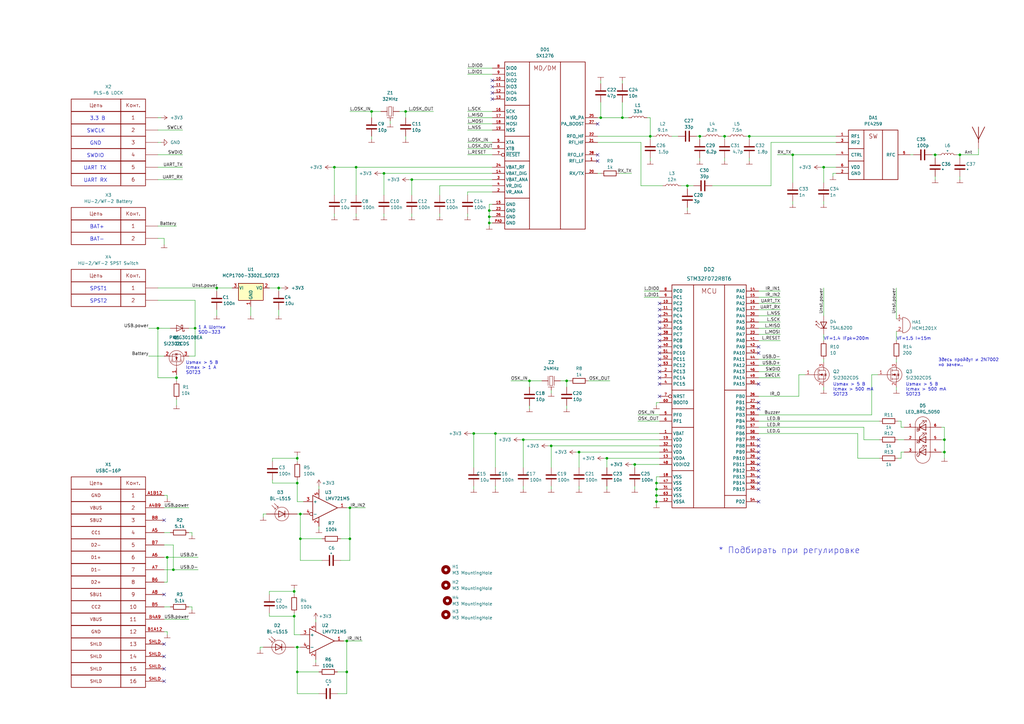
<source format=kicad_sch>
(kicad_sch (version 20230121) (generator eeschema)
  (paper "A3")
  (title_block (title "Плата универсальная") (company "МГТУ им Н.Э. Баумана") (comment 1 "МГТУ.403436.001") (comment 2 "Краснинский К.А.") (comment 3 "Круглов Г.В."))
  (junction (at 142.24 275.59))
  (junction (at 232.41 156.21))
  (junction (at 297.18 55.88))
  (junction (at 337.82 68.58))
  (junction (at 387.35 185.42))
  (junction (at 200.66 88.9))
  (junction (at 121.92 198.12))
  (junction (at 200.66 86.36))
  (junction (at 203.2 177.8))
  (junction (at 168.91 73.66))
  (junction (at 307.34 55.88))
  (junction (at 137.16 68.58))
  (junction (at 200.66 91.44))
  (junction (at 114.3 118.11))
  (junction (at 152.4 45.72))
  (junction (at 383.54 63.5))
  (junction (at 80.01 134.62))
  (junction (at 214.63 180.34))
  (junction (at 121.92 275.59))
  (junction (at 166.37 45.72))
  (junction (at 143.51 208.28))
  (junction (at 121.92 187.96))
  (junction (at 269.24 203.2))
  (junction (at 123.19 210.82))
  (junction (at 71.12 233.68))
  (junction (at 146.05 68.58))
  (junction (at 248.92 187.96))
  (junction (at 120.65 252.73))
  (junction (at 255.27 48.26))
  (junction (at 246.38 48.26))
  (junction (at 217.17 156.21))
  (junction (at 269.24 198.12))
  (junction (at 237.49 185.42))
  (junction (at 68.58 228.6))
  (junction (at 72.39 154.94))
  (junction (at 143.51 220.98))
  (junction (at 260.35 190.5))
  (junction (at 393.7 63.5))
  (junction (at 269.24 200.66))
  (junction (at 157.48 71.12))
  (junction (at 120.65 242.57))
  (junction (at 281.94 76.2))
  (junction (at 64.77 134.62))
  (junction (at 194.31 177.8))
  (junction (at 287.02 55.88))
  (junction (at 387.35 180.34))
  (junction (at 325.12 63.5))
  (junction (at 226.06 182.88))
  (junction (at 269.24 205.74))
  (junction (at 142.24 262.89))
  (junction (at 266.7 55.88))
  (junction (at 88.9 118.11))
  (junction (at 123.19 220.98))
  (junction (at 121.92 265.43))
  (no_connect (at 201.93 35.56))
  (no_connect (at 201.93 38.1))
  (no_connect (at 201.93 40.64))
  (no_connect (at 201.93 33.02))
  (no_connect (at 245.11 50.8))
  (no_connect (at 245.11 63.5))
  (no_connect (at 245.11 66.04))
  (no_connect (at 67.31 279.4))
  (no_connect (at 67.31 274.32))
  (no_connect (at 67.31 269.24))
  (no_connect (at 67.31 264.16))
  (no_connect (at 67.31 213.36))
  (no_connect (at 67.31 243.84))
  (no_connect (at 270.51 162.56))
  (no_connect (at 270.51 154.94))
  (no_connect (at 270.51 157.48))
  (no_connect (at 270.51 124.46))
  (no_connect (at 270.51 152.4))
  (no_connect (at 270.51 127))
  (no_connect (at 270.51 129.54))
  (no_connect (at 270.51 132.08))
  (no_connect (at 270.51 134.62))
  (no_connect (at 270.51 137.16))
  (no_connect (at 270.51 139.7))
  (no_connect (at 270.51 142.24))
  (no_connect (at 270.51 144.78))
  (no_connect (at 270.51 147.32))
  (no_connect (at 270.51 149.86))
  (no_connect (at 311.15 142.24))
  (no_connect (at 311.15 144.78))
  (no_connect (at 311.15 165.1))
  (no_connect (at 311.15 167.64))
  (no_connect (at 311.15 157.48))
  (no_connect (at 311.15 190.5))
  (no_connect (at 311.15 187.96))
  (no_connect (at 311.15 185.42))
  (no_connect (at 311.15 182.88))
  (no_connect (at 311.15 180.34))
  (no_connect (at 311.15 205.74))
  (no_connect (at 311.15 200.66))
  (no_connect (at 311.15 198.12))
  (no_connect (at 311.15 195.58))
  (no_connect (at 311.15 193.04))
  (wire (pts (xy 191.77 78.74) (xy 191.77 80.01)))
  (wire (pts (xy 166.37 45.72) (xy 177.8 45.72)))
  (wire (pts (xy 114.3 118.11) (xy 115.57 118.11)))
  (wire (pts (xy 281.94 76.2) (xy 284.48 76.2)))
  (wire (pts (xy 260.35 190.5) (xy 270.51 190.5)))
  (wire (pts (xy 200.66 86.36) (xy 201.93 86.36)))
  (wire (pts (xy 191.77 50.8) (xy 201.93 50.8)))
  (wire (pts (xy 77.47 134.62) (xy 80.01 134.62)))
  (wire (pts (xy 68.58 203.2) (xy 67.31 203.2)))
  (wire (pts (xy 67.31 254) (xy 77.47 254)))
  (wire (pts (xy 307.34 57.15) (xy 307.34 55.88)))
  (wire (pts (xy 269.24 205.74) (xy 270.51 205.74)))
  (wire (pts (xy 367.665 118.11) (xy 367.665 130.81)))
  (wire (pts (xy 367.665 135.89) (xy 367.665 139.7)))
  (wire (pts (xy 386.08 185.42) (xy 387.35 185.42)))
  (wire (pts (xy 110.49 243.84) (xy 110.49 242.57)))
  (wire (pts (xy 354.33 180.34) (xy 360.68 180.34)))
  (wire (pts (xy 269.24 198.12) (xy 270.51 198.12)))
  (wire (pts (xy 146.05 68.58) (xy 146.05 80.01)))
  (wire (pts (xy 266.7 57.15) (xy 266.7 55.88)))
  (wire (pts (xy 64.77 63.5) (xy 74.93 63.5)))
  (wire (pts (xy 88.9 118.11) (xy 95.25 118.11)))
  (wire (pts (xy 248.92 187.96) (xy 270.51 187.96)))
  (wire (pts (xy 311.15 175.26) (xy 354.33 175.26)))
  (wire (pts (xy 270.51 195.58) (xy 269.24 195.58)))
  (wire (pts (xy 393.7 63.5) (xy 401.32 63.5)))
  (wire (pts (xy 337.82 160.02) (xy 337.82 158.75)))
  (wire (pts (xy 110.49 251.46) (xy 110.49 252.73)))
  (wire (pts (xy 111.76 189.23) (xy 111.76 187.96)))
  (wire (pts (xy 351.79 187.96) (xy 351.79 177.8)))
  (wire (pts (xy 132.08 220.98) (xy 123.19 220.98)))
  (wire (pts (xy 311.15 137.16) (xy 320.04 137.16)))
  (wire (pts (xy 130.81 275.59) (xy 121.92 275.59)))
  (wire (pts (xy 130.81 199.39) (xy 130.81 200.66)))
  (wire (pts (xy 168.91 88.9) (xy 168.91 87.63)))
  (wire (pts (xy 168.91 73.66) (xy 201.93 73.66)))
  (wire (pts (xy 307.34 55.88) (xy 342.9 55.88)))
  (wire (pts (xy 337.82 68.58) (xy 342.9 68.58)))
  (wire (pts (xy 67.31 208.28) (xy 77.47 208.28)))
  (wire (pts (xy 248.92 200.66) (xy 248.92 199.39)))
  (wire (pts (xy 248.92 187.96) (xy 248.92 191.77)))
  (wire (pts (xy 140.97 262.89) (xy 142.24 262.89)))
  (wire (pts (xy 152.4 45.72) (xy 152.4 48.26)))
  (wire (pts (xy 88.9 118.11) (xy 88.9 119.38)))
  (wire (pts (xy 269.24 200.66) (xy 270.51 200.66)))
  (wire (pts (xy 146.05 68.58) (xy 201.93 68.58)))
  (wire (pts (xy 120.65 252.73) (xy 120.65 260.35)))
  (wire (pts (xy 67.31 259.08) (xy 68.58 259.08)))
  (wire (pts (xy 200.66 86.36) (xy 200.66 88.9)))
  (wire (pts (xy 143.51 229.87) (xy 143.51 220.98)))
  (wire (pts (xy 64.77 123.19) (xy 80.01 123.19)))
  (wire (pts (xy 392.43 63.5) (xy 393.7 63.5)))
  (wire (pts (xy 369.57 185.42) (xy 370.84 185.42)))
  (wire (pts (xy 266.7 64.77) (xy 266.7 66.04)))
  (wire (pts (xy 80.01 134.62) (xy 80.01 146.05)))
  (wire (pts (xy 255.27 48.26) (xy 257.81 48.26)))
  (wire (pts (xy 64.77 134.62) (xy 69.85 134.62)))
  (wire (pts (xy 269.24 195.58) (xy 269.24 198.12)))
  (wire (pts (xy 327.66 153.67) (xy 327.66 162.56)))
  (wire (pts (xy 285.75 55.88) (xy 287.02 55.88)))
  (wire (pts (xy 287.02 55.88) (xy 288.29 55.88)))
  (wire (pts (xy 80.01 123.19) (xy 80.01 134.62)))
  (wire (pts (xy 123.19 210.82) (xy 124.46 210.82)))
  (wire (pts (xy 357.505 153.67) (xy 357.505 170.18)))
  (wire (pts (xy 60.96 146.05) (xy 67.31 146.05)))
  (wire (pts (xy 156.21 71.12) (xy 157.48 71.12)))
  (wire (pts (xy 261.62 172.72) (xy 270.51 172.72)))
  (wire (pts (xy 255.27 33.02) (xy 255.27 34.29)))
  (wire (pts (xy 307.34 64.77) (xy 307.34 66.04)))
  (wire (pts (xy 120.65 251.46) (xy 120.65 252.73)))
  (wire (pts (xy 142.24 262.89) (xy 148.59 262.89)))
  (wire (pts (xy 245.11 58.42) (xy 262.89 58.42)))
  (wire (pts (xy 214.63 200.66) (xy 214.63 199.39)))
  (wire (pts (xy 226.06 200.66) (xy 226.06 199.39)))
  (wire (pts (xy 270.51 165.1) (xy 269.24 165.1)))
  (wire (pts (xy 383.54 72.39) (xy 383.54 73.66)))
  (wire (pts (xy 360.045 153.67) (xy 357.505 153.67)))
  (wire (pts (xy 121.92 187.96) (xy 121.92 189.23)))
  (wire (pts (xy 311.15 170.18) (xy 357.505 170.18)))
  (wire (pts (xy 194.31 200.66) (xy 194.31 199.39)))
  (wire (pts (xy 191.77 45.72) (xy 201.93 45.72)))
  (wire (pts (xy 88.9 127) (xy 88.9 129.54)))
  (wire (pts (xy 120.65 242.57) (xy 120.65 243.84)))
  (wire (pts (xy 325.12 82.55) (xy 325.12 83.82)))
  (wire (pts (xy 67.31 228.6) (xy 68.58 228.6)))
  (wire (pts (xy 311.15 134.62) (xy 320.04 134.62)))
  (wire (pts (xy 200.66 88.9) (xy 200.66 91.44)))
  (wire (pts (xy 311.15 132.08) (xy 320.04 132.08)))
  (wire (pts (xy 270.51 185.42) (xy 237.49 185.42)))
  (wire (pts (xy 203.2 177.8) (xy 203.2 191.77)))
  (wire (pts (xy 311.15 127) (xy 320.04 127)))
  (wire (pts (xy 368.3 172.72) (xy 369.57 172.72)))
  (wire (pts (xy 67.31 218.44) (xy 69.85 218.44)))
  (wire (pts (xy 217.17 156.21) (xy 217.17 158.75)))
  (wire (pts (xy 180.34 76.2) (xy 201.93 76.2)))
  (wire (pts (xy 64.77 97.79) (xy 67.31 97.79)))
  (wire (pts (xy 259.08 190.5) (xy 260.35 190.5)))
  (wire (pts (xy 64.77 68.58) (xy 74.93 68.58)))
  (wire (pts (xy 67.31 238.76) (xy 68.58 238.76)))
  (wire (pts (xy 264.16 119.38) (xy 270.51 119.38)))
  (wire (pts (xy 367.665 160.02) (xy 367.665 158.75)))
  (wire (pts (xy 180.34 88.9) (xy 180.34 87.63)))
  (wire (pts (xy 111.76 196.85) (xy 111.76 198.12)))
  (wire (pts (xy 217.17 156.21) (xy 222.25 156.21)))
  (wire (pts (xy 255.27 41.91) (xy 255.27 48.26)))
  (wire (pts (xy 137.16 68.58) (xy 137.16 80.01)))
  (wire (pts (xy 354.33 175.26) (xy 354.33 180.34)))
  (wire (pts (xy 342.9 58.42) (xy 316.23 58.42)))
  (wire (pts (xy 67.31 223.52) (xy 71.12 223.52)))
  (wire (pts (xy 129.54 254) (xy 129.54 255.27)))
  (wire (pts (xy 152.4 55.88) (xy 152.4 57.15)))
  (wire (pts (xy 382.27 63.5) (xy 383.54 63.5)))
  (wire (pts (xy 247.65 187.96) (xy 248.92 187.96)))
  (wire (pts (xy 168.91 73.66) (xy 168.91 80.01)))
  (wire (pts (xy 260.35 190.5) (xy 260.35 191.77)))
  (wire (pts (xy 237.49 200.66) (xy 237.49 199.39)))
  (wire (pts (xy 336.55 68.58) (xy 337.82 68.58)))
  (wire (pts (xy 114.3 127) (xy 114.3 129.54)))
  (wire (pts (xy 360.68 187.96) (xy 351.79 187.96)))
  (wire (pts (xy 237.49 185.42) (xy 237.49 191.77)))
  (wire (pts (xy 123.19 220.98) (xy 123.19 210.82)))
  (wire (pts (xy 121.92 210.82) (xy 123.19 210.82)))
  (wire (pts (xy 191.77 53.34) (xy 201.93 53.34)))
  (wire (pts (xy 269.24 165.1) (xy 269.24 166.37)))
  (wire (pts (xy 64.77 58.42) (xy 66.04 58.42)))
  (wire (pts (xy 217.17 166.37) (xy 217.17 167.64)))
  (wire (pts (xy 281.94 76.2) (xy 281.94 77.47)))
  (wire (pts (xy 214.63 180.34) (xy 214.63 191.77)))
  (wire (pts (xy 191.77 58.42) (xy 201.93 58.42)))
  (wire (pts (xy 387.35 175.26) (xy 386.08 175.26)))
  (wire (pts (xy 337.82 147.32) (xy 337.82 148.59)))
  (wire (pts (xy 266.7 48.26) (xy 266.7 55.88)))
  (wire (pts (xy 337.82 68.58) (xy 337.82 74.93)))
  (wire (pts (xy 167.64 73.66) (xy 168.91 73.66)))
  (wire (pts (xy 200.66 88.9) (xy 201.93 88.9)))
  (wire (pts (xy 311.15 152.4) (xy 320.04 152.4)))
  (wire (pts (xy 157.48 71.12) (xy 201.93 71.12)))
  (wire (pts (xy 387.35 185.42) (xy 387.35 187.96)))
  (wire (pts (xy 107.95 210.82) (xy 109.22 210.82)))
  (wire (pts (xy 72.39 153.67) (xy 72.39 154.94)))
  (wire (pts (xy 120.65 241.3) (xy 120.65 242.57)))
  (wire (pts (xy 369.57 187.96) (xy 369.57 185.42)))
  (wire (pts (xy 246.38 48.26) (xy 255.27 48.26)))
  (wire (pts (xy 152.4 45.72) (xy 156.21 45.72)))
  (wire (pts (xy 121.92 198.12) (xy 121.92 205.74)))
  (wire (pts (xy 232.41 156.21) (xy 233.68 156.21)))
  (wire (pts (xy 337.82 137.16) (xy 337.82 139.7)))
  (wire (pts (xy 330.2 153.67) (xy 327.66 153.67)))
  (wire (pts (xy 297.18 55.88) (xy 297.18 57.15)))
  (wire (pts (xy 77.47 248.92) (xy 78.74 248.92)))
  (wire (pts (xy 269.24 205.74) (xy 269.24 207.01)))
  (wire (pts (xy 209.55 156.21) (xy 217.17 156.21)))
  (wire (pts (xy 72.39 163.83) (xy 72.39 166.37)))
  (wire (pts (xy 245.11 55.88) (xy 266.7 55.88)))
  (wire (pts (xy 236.22 185.42) (xy 237.49 185.42)))
  (wire (pts (xy 278.13 55.88) (xy 275.59 55.88)))
  (wire (pts (xy 114.3 118.11) (xy 114.3 119.38)))
  (wire (pts (xy 160.02 49.53) (xy 160.02 50.8)))
  (wire (pts (xy 311.15 154.94) (xy 320.04 154.94)))
  (wire (pts (xy 121.92 284.48) (xy 121.92 275.59)))
  (wire (pts (xy 163.83 45.72) (xy 166.37 45.72)))
  (wire (pts (xy 110.49 252.73) (xy 120.65 252.73)))
  (wire (pts (xy 106.68 265.43) (xy 107.95 265.43)))
  (wire (pts (xy 146.05 88.9) (xy 146.05 87.63)))
  (wire (pts (xy 191.77 78.74) (xy 201.93 78.74)))
  (wire (pts (xy 68.58 259.08) (xy 68.58 260.35)))
  (wire (pts (xy 311.15 147.32) (xy 320.04 147.32)))
  (wire (pts (xy 67.31 248.92) (xy 69.85 248.92)))
  (wire (pts (xy 269.24 200.66) (xy 269.24 203.2)))
  (wire (pts (xy 369.57 172.72) (xy 369.57 175.26)))
  (wire (pts (xy 123.19 220.98) (xy 123.19 229.87)))
  (wire (pts (xy 269.24 203.2) (xy 269.24 205.74)))
  (wire (pts (xy 246.38 33.02) (xy 246.38 34.29)))
  (wire (pts (xy 342.9 71.12) (xy 341.63 71.12)))
  (wire (pts (xy 64.77 92.71) (xy 72.39 92.71)))
  (wire (pts (xy 68.58 228.6) (xy 68.58 238.76)))
  (wire (pts (xy 325.12 63.5) (xy 325.12 74.93)))
  (wire (pts (xy 245.11 71.12) (xy 246.38 71.12)))
  (wire (pts (xy 232.41 156.21) (xy 232.41 158.75)))
  (wire (pts (xy 393.7 72.39) (xy 393.7 73.66)))
  (wire (pts (xy 142.24 208.28) (xy 143.51 208.28)))
  (wire (pts (xy 143.51 208.28) (xy 143.51 220.98)))
  (wire (pts (xy 120.65 265.43) (xy 121.92 265.43)))
  (wire (pts (xy 194.31 177.8) (xy 203.2 177.8)))
  (wire (pts (xy 123.19 260.35) (xy 120.65 260.35)))
  (wire (pts (xy 203.2 200.66) (xy 203.2 199.39)))
  (wire (pts (xy 393.7 63.5) (xy 393.7 64.77)))
  (wire (pts (xy 311.15 177.8) (xy 351.79 177.8)))
  (wire (pts (xy 121.92 275.59) (xy 121.92 265.43)))
  (wire (pts (xy 64.77 73.66) (xy 74.93 73.66)))
  (wire (pts (xy 311.15 149.86) (xy 320.04 149.86)))
  (wire (pts (xy 137.16 68.58) (xy 146.05 68.58)))
  (wire (pts (xy 401.32 60.96) (xy 401.32 63.5)))
  (wire (pts (xy 269.24 203.2) (xy 270.51 203.2)))
  (wire (pts (xy 68.58 228.6) (xy 81.28 228.6)))
  (wire (pts (xy 241.3 156.21) (xy 250.19 156.21)))
  (wire (pts (xy 203.2 177.8) (xy 270.51 177.8)))
  (wire (pts (xy 139.7 229.87) (xy 143.51 229.87)))
  (wire (pts (xy 111.76 187.96) (xy 121.92 187.96)))
  (wire (pts (xy 224.79 182.88) (xy 226.06 182.88)))
  (wire (pts (xy 64.77 48.26) (xy 66.04 48.26)))
  (wire (pts (xy 311.15 139.7) (xy 320.04 139.7)))
  (wire (pts (xy 78.74 250.19) (xy 78.74 248.92)))
  (wire (pts (xy 245.11 48.26) (xy 246.38 48.26)))
  (wire (pts (xy 279.4 76.2) (xy 281.94 76.2)))
  (wire (pts (xy 311.15 119.38) (xy 320.04 119.38)))
  (wire (pts (xy 337.82 118.11) (xy 337.82 129.54)))
  (wire (pts (xy 142.24 262.89) (xy 142.24 275.59)))
  (wire (pts (xy 121.92 265.43) (xy 123.19 265.43)))
  (wire (pts (xy 265.43 48.26) (xy 266.7 48.26)))
  (wire (pts (xy 226.06 182.88) (xy 226.06 191.77)))
  (wire (pts (xy 102.87 125.73) (xy 102.87 129.54)))
  (wire (pts (xy 213.36 180.34) (xy 214.63 180.34)))
  (wire (pts (xy 261.62 170.18) (xy 270.51 170.18)))
  (wire (pts (xy 325.12 63.5) (xy 342.9 63.5)))
  (wire (pts (xy 311.15 124.46) (xy 320.04 124.46)))
  (wire (pts (xy 67.31 97.79) (xy 67.31 100.33)))
  (wire (pts (xy 193.04 177.8) (xy 194.31 177.8)))
  (wire (pts (xy 130.81 284.48) (xy 121.92 284.48)))
  (wire (pts (xy 226.06 160.02) (xy 226.06 161.29)))
  (wire (pts (xy 214.63 180.34) (xy 270.51 180.34)))
  (wire (pts (xy 191.77 27.94) (xy 201.93 27.94)))
  (wire (pts (xy 71.12 233.68) (xy 81.28 233.68)))
  (wire (pts (xy 142.24 284.48) (xy 142.24 275.59)))
  (wire (pts (xy 157.48 71.12) (xy 157.48 80.01)))
  (wire (pts (xy 77.47 146.05) (xy 80.01 146.05)))
  (wire (pts (xy 110.49 118.11) (xy 114.3 118.11)))
  (wire (pts (xy 143.51 208.28) (xy 149.86 208.28)))
  (wire (pts (xy 191.77 63.5) (xy 201.93 63.5)))
  (wire (pts (xy 143.51 45.72) (xy 152.4 45.72)))
  (wire (pts (xy 306.07 55.88) (xy 307.34 55.88)))
  (wire (pts (xy 64.77 118.11) (xy 88.9 118.11)))
  (wire (pts (xy 64.77 154.94) (xy 64.77 134.62)))
  (wire (pts (xy 311.15 121.92) (xy 320.04 121.92)))
  (wire (pts (xy 166.37 55.88) (xy 166.37 57.15)))
  (wire (pts (xy 287.02 55.88) (xy 287.02 57.15)))
  (wire (pts (xy 191.77 60.96) (xy 201.93 60.96)))
  (wire (pts (xy 138.43 275.59) (xy 142.24 275.59)))
  (wire (pts (xy 367.665 147.32) (xy 367.665 148.59)))
  (wire (pts (xy 254 71.12) (xy 259.08 71.12)))
  (wire (pts (xy 72.39 154.94) (xy 72.39 156.21)))
  (wire (pts (xy 110.49 242.57) (xy 120.65 242.57)))
  (wire (pts (xy 121.92 186.69) (xy 121.92 187.96)))
  (wire (pts (xy 341.63 71.12) (xy 341.63 72.39)))
  (wire (pts (xy 180.34 76.2) (xy 180.34 80.01)))
  (wire (pts (xy 311.15 162.56) (xy 327.66 162.56)))
  (wire (pts (xy 384.81 63.5) (xy 383.54 63.5)))
  (wire (pts (xy 166.37 45.72) (xy 166.37 48.26)))
  (wire (pts (xy 139.7 220.98) (xy 143.51 220.98)))
  (wire (pts (xy 137.16 88.9) (xy 137.16 87.63)))
  (wire (pts (xy 191.77 88.9) (xy 191.77 87.63)))
  (wire (pts (xy 260.35 200.66) (xy 260.35 199.39)))
  (wire (pts (xy 226.06 182.88) (xy 270.51 182.88)))
  (wire (pts (xy 68.58 204.47) (xy 68.58 203.2)))
  (wire (pts (xy 368.3 187.96) (xy 369.57 187.96)))
  (wire (pts (xy 106.68 266.7) (xy 106.68 265.43)))
  (wire (pts (xy 60.96 134.62) (xy 64.77 134.62)))
  (wire (pts (xy 387.35 180.34) (xy 387.35 185.42)))
  (wire (pts (xy 232.41 166.37) (xy 232.41 167.64)))
  (wire (pts (xy 200.66 91.44) (xy 200.66 92.71)))
  (wire (pts (xy 264.16 121.92) (xy 270.51 121.92)))
  (wire (pts (xy 135.89 68.58) (xy 137.16 68.58)))
  (wire (pts (xy 246.38 41.91) (xy 246.38 48.26)))
  (wire (pts (xy 373.38 63.5) (xy 374.65 63.5)))
  (wire (pts (xy 337.82 82.55) (xy 337.82 83.82)))
  (wire (pts (xy 295.91 55.88) (xy 297.18 55.88)))
  (wire (pts (xy 311.15 172.72) (xy 360.68 172.72)))
  (wire (pts (xy 138.43 284.48) (xy 142.24 284.48)))
  (wire (pts (xy 287.02 64.77) (xy 287.02 66.04)))
  (wire (pts (xy 386.08 180.34) (xy 387.35 180.34)))
  (wire (pts (xy 77.47 218.44) (xy 78.74 218.44)))
  (wire (pts (xy 269.24 198.12) (xy 269.24 200.66)))
  (wire (pts (xy 124.46 205.74) (xy 121.92 205.74)))
  (wire (pts (xy 191.77 48.26) (xy 201.93 48.26)))
  (wire (pts (xy 266.7 55.88) (xy 267.97 55.88)))
  (wire (pts (xy 387.35 175.26) (xy 387.35 180.34)))
  (wire (pts (xy 316.23 58.42) (xy 316.23 76.2)))
  (wire (pts (xy 369.57 175.26) (xy 370.84 175.26)))
  (wire (pts (xy 121.92 196.85) (xy 121.92 198.12)))
  (wire (pts (xy 297.18 55.88) (xy 298.45 55.88)))
  (wire (pts (xy 200.66 91.44) (xy 201.93 91.44)))
  (wire (pts (xy 157.48 88.9) (xy 157.48 87.63)))
  (wire (pts (xy 383.54 63.5) (xy 383.54 64.77)))
  (wire (pts (xy 194.31 177.8) (xy 194.31 191.77)))
  (wire (pts (xy 368.3 180.34) (xy 370.84 180.34)))
  (wire (pts (xy 111.76 198.12) (xy 121.92 198.12)))
  (wire (pts (xy 292.1 76.2) (xy 316.23 76.2)))
  (wire (pts (xy 229.87 156.21) (xy 232.41 156.21)))
  (wire (pts (xy 200.66 83.82) (xy 200.66 86.36)))
  (wire (pts (xy 281.94 85.09) (xy 281.94 86.36)))
  (wire (pts (xy 311.15 129.54) (xy 320.04 129.54)))
  (wire (pts (xy 297.18 64.77) (xy 297.18 66.04)))
  (wire (pts (xy 132.08 229.87) (xy 123.19 229.87)))
  (wire (pts (xy 67.31 233.68) (xy 71.12 233.68)))
  (wire (pts (xy 201.93 83.82) (xy 200.66 83.82)))
  (wire (pts (xy 262.89 58.42) (xy 262.89 76.2)))
  (wire (pts (xy 107.95 212.09) (xy 107.95 210.82)))
  (wire (pts (xy 130.81 215.9) (xy 130.81 217.17)))
  (wire (pts (xy 191.77 30.48) (xy 201.93 30.48)))
  (wire (pts (xy 78.74 218.44) (xy 78.74 219.71)))
  (wire (pts (xy 129.54 270.51) (xy 129.54 271.78)))
  (wire (pts (xy 318.77 63.5) (xy 325.12 63.5)))
  (wire (pts (xy 262.89 76.2) (xy 271.78 76.2)))
  (wire (pts (xy 72.39 154.94) (xy 64.77 154.94)))
  (wire (pts (xy 71.12 223.52) (xy 71.12 233.68)))
  (wire (pts (xy 74.93 53.34) (xy 64.77 53.34)))
  (text "GND" (at 36.83 59.69 0) (effects (font (size 1.5 1.5)) (justify left bottom)))
  (text "VF=1.5 I=15m" (at 367.665 139.7 0) (effects (font (size 1.27 1.27)) (justify left bottom)))
  (text "SPST1" (at 36.83 119.38 0) (effects (font (size 1.5 1.5)) (justify left bottom)))
  (text "Uзmax > 5 В\nIсmax > 500 mА\nSOT23" (at 371.475 162.56 0) (effects (font (size 1.27 1.27)) (justify left bottom)))
  (text "SWDIO" (at 35.56 64.77 0) (effects (font (size 1.5 1.5)) (justify left bottom)))
  (text "Uзmax > 5 В\nIсmax > 500 mА\nSOT23" (at 341.63 162.56 0) (effects (font (size 1.27 1.27)) (justify left bottom)))
  (text "Uзmax > 5 В\nIсmax > 1 А\nSOT23" (at 76.2 153.67 0) (effects (font (size 1.27 1.27)) (justify left bottom)))
  (text "SPST2" (at 36.83 124.46 0) (effects (font (size 1.5 1.5)) (justify left bottom)))
  (text "Здесь пройдут и 2N7002\nно зачем.." (at 384.81 150.495 0) (effects (font (size 1.27 1.27)) (justify left bottom)))
  (text "BAT-" (at 36.83 99.06 0) (effects (font (size 1.5 1.5)) (justify left bottom)))
  (text "3.3 В" (at 36.83 49.53 0) (effects (font (size 1.5 1.5)) (justify left bottom)))
  (text "UART TX" (at 34.29 69.85 0) (effects (font (size 1.5 1.5)) (justify left bottom)))
  (text "* Подбирать при регулировке" (at 294.64 227.33 0) (effects (font (size 2.5 2.5)) (justify left bottom)))
  (text "BAT+" (at 36.83 93.98 0) (effects (font (size 1.5 1.5)) (justify left bottom)))
  (text "VF=1.4 IFpk=200m" (at 337.82 139.7 0) (effects (font (size 1.27 1.27)) (justify left bottom)))
  (text "1 А Шоттки\nSOD-323" (at 81.28 137.16 0) (effects (font (size 1.27 1.27)) (justify left bottom)))
  (text "SWCLK" (at 35.56 54.61 0) (effects (font (size 1.5 1.5)) (justify left bottom)))
  (text "UART RX" (at 34.29 74.93 0) (effects (font (size 1.5 1.5)) (justify left bottom)))
  (label "USB.D-" (at 81.28 233.68 180))
  (label "L.RESET" (at 191.77 63.5 0))
  (label "IR_IN1" (at 148.59 262.89 180))
  (label "IR_IN2" (at 149.86 208.28 180))
  (label "USB.power" (at 77.47 254 180))
  (label "LED.G" (at 320.04 177.8 180))
  (label "OSK_OUT" (at 261.62 172.72 0))
  (label "OSK_IN" (at 261.62 170.18 0))
  (label "USB.D+" (at 81.28 228.6 180))
  (label "UART_TX" (at 320.04 124.46 180))
  (label "IR_IN2" (at 320.04 121.92 180))
  (label "RX_TX" (at 318.77 63.5 0))
  (label "LED.B" (at 320.04 172.72 180))
  (label "L.DIO1" (at 191.77 30.48 0))
  (label "L.OSK_IN" (at 143.51 45.72 0))
  (label "Unst.power" (at 78.74 118.11 0))
  (label "USB.D+" (at 320.04 149.86 180))
  (label "USB.D-" (at 320.04 147.32 180))
  (label "SWDIO" (at 320.04 152.4 180))
  (label "RX_TX" (at 259.08 71.12 180))
  (label "L.DIO0" (at 264.16 119.38 0))
  (label "UART_TX" (at 74.93 68.58 180))
  (label "L.SCK" (at 320.04 132.08 180))
  (label "L.OSK_IN" (at 191.77 58.42 0))
  (label "Ant" (at 398.78 63.5 180))
  (label "L.OSK_OUT" (at 177.8 45.72 180))
  (label "L.DIO0" (at 191.77 27.94 0))
  (label "OSK_OUT" (at 250.19 156.21 180))
  (label "L.DIO1" (at 264.16 121.92 0))
  (label "IR_IN1" (at 320.04 119.38 180))
  (label "L.MOSI" (at 191.77 50.8 0))
  (label "USB.power" (at 77.47 208.28 180))
  (label "L.MOSI" (at 320.04 137.16 180))
  (label "L.MISO" (at 320.04 134.62 180))
  (label "SWCLK" (at 320.04 154.94 180))
  (label "Unst.power" (at 367.665 118.11 270))
  (label "UART_RX" (at 74.93 73.66 180))
  (label "L.SCK" (at 191.77 45.72 0))
  (label "OSK_IN" (at 209.55 156.21 0))
  (label "IR_O" (at 320.04 162.56 180))
  (label "SWDIO" (at 74.93 63.5 180))
  (label "L.NSS" (at 320.04 129.54 180))
  (label "SWCLK" (at 74.93 53.34 180))
  (label "USB.power" (at 60.96 134.62 180))
  (label "L.RESET" (at 320.04 139.7 180))
  (label "L.MISO" (at 191.77 48.26 0))
  (label "Battery" (at 60.96 146.05 180))
  (label "Buzzer" (at 320.04 170.18 180))
  (label "LED.R" (at 320.04 175.26 180))
  (label "Unst.power" (at 337.82 118.11 270))
  (label "L.NSS" (at 191.77 53.34 0))
  (label "L.OSK_OUT" (at 191.77 60.96 0))
  (label "Battery" (at 72.39 92.71 180))
  (label "UART_RX" (at 320.04 127 180))
  (symbol (lib_id "#USER:GND_GOST") (at 120.65 241.3 180) (unit 1)
    (property "Reference" "#PWR015" (effects hide))
    (property "Value" "GND_GOST" (effects hide))
  )
  (symbol (lib_id "#USER:GND_GOST") (at 214.63 200.66 0) (unit 1)
    (property "Reference" "#PWR038" (effects hide))
    (property "Value" "GND_GOST" (effects hide))
  )
  (symbol (lib_id "#USER:GND_GOST") (at 72.39 166.37 0) (unit 1)
    (property "Reference" "#PWR06" (effects hide))
    (property "Value" "GND_GOST" (effects hide))
  )
  (symbol (lib_id "#USER:GND_GOST") (at 146.05 88.9 0) (unit 1)
    (property "Reference" "#PWR023" (effects hide))
    (property "Value" "GND_GOST" (effects hide))
  )
  (symbol (lib_id "#USER:PE4259") (at 358.14 63.5 0) (unit 1)
    (property "Reference" "DA1" (at 358.14 48.26 0))
    (property "Value" "PE4259" (at 358.14 50.8 0))
    (property "Footprint" "SOT:SC70" (effects hide))
  )
  (symbol (lib_id "#USER:N-Channel MOSFET_GOST") (at 335.28 153.67 0) (unit 1)
    (property "Reference" "Q2" (at 341.63 152.3999 0) (effects (justify left)))
    (property "Value" "SI2302CDS" (at 341.63 154.9399 0) (effects (justify left)))
    (property "Footprint" "SOT:SOT23-3" (effects hide))
    (property "Datasheet" "https://www.onsemi.com/pub/Collateral/BSS138-D.PDF" (effects hide))
  )
  (symbol (lib_id "#USER:GND_GOST") (at 78.74 219.71 0) (unit 1)
    (property "Reference" "#PWR07" (effects hide))
    (property "Value" "GND_GOST" (effects hide))
  )
  (symbol (lib_id "#USER:N-Channel MOSFET_GOST") (at 72.39 148.59 270) (mirror x) (unit 1)
    (property "Reference" "Q1" (at 72.39 138.43 90))
    (property "Value" "SI2302CDS" (at 72.39 140.97 90))
    (property "Footprint" "SOT:SOT23-3" (effects hide))
    (property "Datasheet" "https://www.onsemi.com/pub/Collateral/BSS138-D.PDF" (effects hide))
  )
  (symbol (lib_id "#USER:GND_GOST") (at 166.37 57.15 0) (unit 1)
    (property "Reference" "#PWR028" (effects hide))
    (property "Value" "GND_GOST" (effects hide))
  )
  (symbol (lib_id "Device:L") (at 261.62 48.26 90) (unit 1)
    (property "Reference" "L1" (at 261.62 43.18 90))
    (property "Value" "33n" (at 261.62 45.72 90))
    (property "Footprint" "Inductors:IND_0402" (effects hide))
  )
  (symbol (lib_id "Device:C") (at 246.38 38.1 0) (unit 1)
    (property "Reference" "C22" (at 248.92 36.83 0) (effects (justify left)))
    (property "Value" "47p" (at 248.92 39.37 0) (effects (justify left)))
    (property "Footprint" "Capacitors:CAP_0402" (effects hide))
  )
  (symbol (lib_id "Device:R") (at 250.19 71.12 90) (unit 1)
    (property "Reference" "R9" (at 250.19 66.04 90))
    (property "Value" "1k" (at 250.19 68.58 90))
    (property "Footprint" "Resistors:RES_0402" (effects hide))
  )
  (symbol (lib_id "power:+3.3V") (at 167.64 73.66 90) (unit 1)
    (property "Reference" "#PWR029" (effects hide))
    (property "Value" "+3.3V" (at 161.29 73.66 90))
  )
  (symbol (lib_name "Conn_2_GOST_1") (lib_id "#USER:Conn_2_GOST") (at 49.53 90.17 0) (unit 1)
    (property "Reference" "X3" (at 44.45 80.01 0))
    (property "Value" "HU-2/WF-2 Battery" (at 44.45 82.55 0))
    (property "Footprint" "Connector_PinHeader_2.54mm:PinHeader_1x02_P2.54mm_Vertical" (effects hide))
  )
  (symbol (lib_id "Device:C") (at 232.41 162.56 180) (unit 1)
    (property "Reference" "C20" (at 238.76 161.29 0) (effects (justify left)))
    (property "Value" "10p" (at 238.76 163.83 0) (effects (justify left)))
    (property "Footprint" "Capacitors:CAP_0402" (effects hide))
  )
  (symbol (lib_id "power:+3.3V") (at 66.04 48.26 270) (unit 1)
    (property "Reference" "#PWR01" (effects hide))
    (property "Value" "+3.3V" (at 72.39 48.26 90))
  )
  (symbol (lib_id "Device:C") (at 248.92 195.58 180) (unit 1)
    (property "Reference" "C23" (at 255.27 194.31 0) (effects (justify left)))
    (property "Value" "10n" (at 255.27 196.85 0) (effects (justify left)))
    (property "Footprint" "Capacitors:CAP_0402" (effects hide))
  )
  (symbol (lib_id "#USER:GND_GOST") (at 337.82 160.02 0) (unit 1)
    (property "Reference" "#PWR062" (effects hide))
    (property "Value" "GND_GOST" (effects hide))
  )
  (symbol (lib_id "#USER:GND_GOST") (at 107.95 212.09 0) (unit 1)
    (property "Reference" "#PWR012" (effects hide))
    (property "Value" "GND_GOST" (effects hide))
  )
  (symbol (lib_id "Device:C") (at 307.34 60.96 180) (unit 1)
    (property "Reference" "C32" (at 313.69 59.69 0) (effects (justify left)))
    (property "Value" "1.8p" (at 314.96 62.23 0) (effects (justify left)))
    (property "Footprint" "Capacitors:CAP_0402" (effects hide))
  )
  (symbol (lib_id "#USER:GND_GOST") (at 226.06 200.66 0) (unit 1)
    (property "Reference" "#PWR042" (effects hide))
    (property "Value" "GND_GOST" (effects hide))
  )
  (symbol (lib_id "Device:C") (at 281.94 55.88 90) (unit 1)
    (property "Reference" "C27" (at 284.48 49.53 90) (effects (justify left)))
    (property "Value" "33p" (at 284.48 52.07 90) (effects (justify left)))
    (property "Footprint" "Capacitors:CAP_0402" (effects hide))
  )
  (symbol (lib_id "Device:C") (at 166.37 52.07 0) (unit 1)
    (property "Reference" "C11" (at 168.91 50.8 0) (effects (justify left)))
    (property "Value" "10p" (at 168.91 53.34 0) (effects (justify left)))
    (property "Footprint" "Capacitors:CAP_0402" (effects hide))
  )
  (symbol (lib_id "power:+3.3V") (at 247.65 187.96 90) (unit 1)
    (property "Reference" "#PWR047" (effects hide))
    (property "Value" "+3.3V" (at 241.3 187.96 90))
  )
  (symbol (lib_id "Device:C") (at 297.18 60.96 180) (unit 1)
    (property "Reference" "C31" (at 303.53 59.69 0) (effects (justify left)))
    (property "Value" "4.7p" (at 304.8 62.23 0) (effects (justify left)))
    (property "Footprint" "Capacitors:CAP_0402" (effects hide))
  )
  (symbol (lib_id "Device:R") (at 73.66 248.92 90) (unit 1)
    (property "Reference" "R3" (at 73.66 243.84 90))
    (property "Value" "5.1k" (at 73.66 246.38 90))
    (property "Footprint" "Resistors:RES_0603" (effects hide))
  )
  (symbol (lib_id "Device:C") (at 325.12 78.74 0) (unit 1)
    (property "Reference" "C33" (at 327.66 77.47 0) (effects (justify left)))
    (property "Value" "1n" (at 327.66 80.01 0) (effects (justify left)))
    (property "Footprint" "Capacitors:CAP_0402" (effects hide))
  )
  (symbol (lib_name "Conn_2_GOST_1") (lib_id "#USER:Conn_2_GOST") (at 49.53 115.57 0) (unit 1)
    (property "Reference" "X4" (at 44.45 105.41 0))
    (property "Value" "HU-2/WF-2 SPST Switch" (at 44.45 107.95 0))
    (property "Footprint" "Connector_PinHeader_2.54mm:PinHeader_1x02_P2.54mm_Vertical" (effects hide))
  )
  (symbol (lib_id "Mechanical:MountingHole") (at 182.88 240.03 0) (unit 1)
    (property "Reference" "H2" (at 185.42 238.7599 0) (effects (justify left)))
    (property "Value" "M3 MountingHole" (at 185.42 241.2999 0) (effects (justify left)))
    (property "Footprint" "MountingHole:MountingHole_3.2mm_M3" (effects hide))
  )
  (symbol (lib_id "Device:C") (at 203.2 195.58 180) (unit 1)
    (property "Reference" "C16" (at 208.28 194.31 0) (effects (justify left)))
    (property "Value" "100n" (at 210.82 196.85 0) (effects (justify left)))
    (property "Footprint" "Capacitors:CAP_0402" (effects hide))
  )
  (symbol (lib_id "#USER:GND_GOST") (at 226.06 161.29 0) (unit 1)
    (property "Reference" "#PWR041" (effects hide))
    (property "Value" "GND_GOST" (effects hide))
  )
  (symbol (lib_id "#USER:D_Photo") (at 115.57 210.82 0) (mirror y) (unit 1)
    (property "Reference" "D3" (at 114.9579 201.93 0))
    (property "Value" "BL-L515" (at 114.9579 204.47 0))
    (property "Footprint" "LED_THT:LED_D5.0mm" (effects hide))
  )
  (symbol (lib_id "Device:C") (at 226.06 195.58 180) (unit 1)
    (property "Reference" "C19" (at 232.41 194.31 0) (effects (justify left)))
    (property "Value" "100n" (at 233.68 196.85 0) (effects (justify left)))
    (property "Footprint" "Capacitors:CAP_0402" (effects hide))
  )
  (symbol (lib_id "Device:R") (at 135.89 220.98 90) (unit 1)
    (property "Reference" "R7" (at 135.89 214.63 90))
    (property "Value" "100k" (at 135.89 217.17 90))
    (property "Footprint" "Resistors:RES_0603" (effects hide))
  )
  (symbol (lib_id "Device:C") (at 337.82 78.74 0) (mirror y) (unit 1)
    (property "Reference" "C34" (at 344.17 77.47 0) (effects (justify left)))
    (property "Value" "1n" (at 342.9 80.01 0) (effects (justify left)))
    (property "Footprint" "Capacitors:CAP_0402" (effects hide))
  )
  (symbol (lib_id "#USER:GND_GOST") (at 129.54 271.78 0) (unit 1)
    (property "Reference" "#PWR018" (effects hide))
    (property "Value" "GND_GOST" (effects hide))
  )
  (symbol (lib_id "power:+3.3V") (at 213.36 180.34 90) (unit 1)
    (property "Reference" "#PWR037" (effects hide))
    (property "Value" "+3.3V" (at 207.01 180.34 90))
  )
  (symbol (lib_id "#USER:LED_BRG") (at 378.46 180.34 0) (unit 1)
    (property "Reference" "D5" (at 378.46 166.37 0))
    (property "Value" "LED_BRG_5050" (at 378.46 168.91 0))
    (property "Footprint" "LED_SMD:LED_RGB_5050-6" (effects hide))
  )
  (symbol (lib_id "Device:C") (at 157.48 83.82 180) (unit 1)
    (property "Reference" "C10" (at 163.83 82.55 0) (effects (justify left)))
    (property "Value" "100n" (at 165.1 85.09 0) (effects (justify left)))
    (property "Footprint" "Capacitors:CAP_0402" (effects hide))
  )
  (symbol (lib_id "#USER:GND_GOST") (at 68.58 204.47 0) (unit 1)
    (property "Reference" "#PWR04" (effects hide))
    (property "Value" "GND_GOST" (effects hide))
  )
  (symbol (lib_id "Device:L") (at 271.78 55.88 90) (unit 1)
    (property "Reference" "L2" (at 271.78 50.8 90))
    (property "Value" "9.1n" (at 271.78 53.34 90))
    (property "Footprint" "Inductors:IND_0402" (effects hide))
  )
  (symbol (lib_id "Device:C") (at 266.7 60.96 180) (unit 1)
    (property "Reference" "C26" (at 273.05 59.69 0) (effects (justify left)))
    (property "Value" "1.5p" (at 274.32 62.23 0) (effects (justify left)))
    (property "Footprint" "Capacitors:CAP_0402" (effects hide))
  )
  (symbol (lib_id "#USER:USBC-16P") (at 29.21 195.58 0) (unit 1)
    (property "Reference" "X1" (at 44.45 190.5 0))
    (property "Value" "USBC-16P" (at 44.45 193.04 0))
    (property "Footprint" "Connectors:USBC_10PF-074" (effects hide))
  )
  (symbol (lib_id "#USER:D_Photo") (at 114.3 265.43 0) (mirror y) (unit 1)
    (property "Reference" "D2" (at 113.6879 256.54 0))
    (property "Value" "BL-L515" (at 113.6879 259.08 0))
    (property "Footprint" "LED_THT:LED_D5.0mm" (effects hide))
  )
  (symbol (lib_id "#USER:GND_GOST") (at 121.92 186.69 180) (unit 1)
    (property "Reference" "#PWR016" (effects hide))
    (property "Value" "GND_GOST" (effects hide))
  )
  (symbol (lib_id "#USER:GND_GOST") (at 260.35 200.66 0) (unit 1)
    (property "Reference" "#PWR051" (effects hide))
    (property "Value" "GND_GOST" (effects hide))
  )
  (symbol (lib_id "power:+3.3V") (at 156.21 71.12 90) (unit 1)
    (property "Reference" "#PWR025" (effects hide))
    (property "Value" "+3.3V" (at 149.86 71.12 90))
  )
  (symbol (lib_id "#USER:GND_GOST") (at 237.49 200.66 0) (unit 1)
    (property "Reference" "#PWR045" (effects hide))
    (property "Value" "GND_GOST" (effects hide))
  )
  (symbol (lib_id "power:+3.3V") (at 236.22 185.42 90) (unit 1)
    (property "Reference" "#PWR044" (effects hide))
    (property "Value" "+3.3V" (at 229.87 185.42 90))
  )
  (symbol (lib_id "Device:C") (at 134.62 284.48 270) (unit 1)
    (property "Reference" "C5" (at 133.35 279.4 90) (effects (justify left)))
    (property "Value" "*" (at 133.985 281.305 90) (effects (justify left)))
    (property "Footprint" "Capacitors:CAP_0402" (effects hide))
  )
  (symbol (lib_id "#USER:GND_GOST") (at 67.31 100.33 0) (unit 1)
    (property "Reference" "#PWR03" (effects hide))
    (property "Value" "GND_GOST" (effects hide))
  )
  (symbol (lib_id "Device:C") (at 288.29 76.2 90) (unit 1)
    (property "Reference" "C30" (at 290.83 69.85 90) (effects (justify left)))
    (property "Value" "39p" (at 290.83 72.39 90) (effects (justify left)))
    (property "Footprint" "Capacitors:CAP_0402" (effects hide))
  )
  (symbol (lib_id "#USER:CRYSTAL_GND") (at 160.02 45.72 0) (unit 1)
    (property "Reference" "Z1" (at 160.02 38.1 0))
    (property "Value" "32MHz" (at 160.02 40.64 0))
    (property "Footprint" "Quartz:03225C4" (effects hide))
    (property "Price" "15" (effects hide))
    (property "SolderPoints" "4" (effects hide))
  )
  (symbol (lib_id "Device:C") (at 152.4 52.07 0) (unit 1)
    (property "Reference" "C9" (at 154.94 50.8 0) (effects (justify left)))
    (property "Value" "10p" (at 154.94 53.34 0) (effects (justify left)))
    (property "Footprint" "Capacitors:CAP_0402" (effects hide))
  )
  (symbol (lib_id "#USER:GND_GOST") (at 232.41 167.64 0) (unit 1)
    (property "Reference" "#PWR043" (effects hide))
    (property "Value" "GND_GOST" (effects hide))
  )
  (symbol (lib_id "#USER:GND_GOST") (at 217.17 167.64 0) (unit 1)
    (property "Reference" "#PWR039" (effects hide))
    (property "Value" "GND_GOST" (effects hide))
  )
  (symbol (lib_id "Device:C") (at 88.9 123.19 180) (unit 1)
    (property "Reference" "C1" (at 93.98 121.92 0) (effects (justify left)))
    (property "Value" "100n" (at 96.52 124.46 0) (effects (justify left)))
    (property "Footprint" "Capacitors:CAP_0402" (effects hide))
  )
  (symbol (lib_id "Mechanical:MountingHole") (at 183.515 246.38 0) (unit 1)
    (property "Reference" "H4" (at 185.42 245.11 0) (effects (justify left)))
    (property "Value" "M3 MountingHole" (at 185.42 247.65 0) (effects (justify left)))
    (property "Footprint" "MountingHole:MountingHole_3.2mm_M3" (effects hide))
  )
  (symbol (lib_id "#USER:GND_GOST") (at 367.665 160.02 0) (unit 1)
    (property "Reference" "#PWR064" (effects hide))
    (property "Value" "GND_GOST" (effects hide))
  )
  (symbol (lib_id "Device:R") (at 367.665 143.51 180) (unit 1)
    (property "Reference" "R14" (at 370.205 142.2399 0) (effects (justify right)))
    (property "Value" "200" (at 370.205 144.7799 0) (effects (justify right)))
    (property "Footprint" "Resistors:RES_0402" (effects hide))
  )
  (symbol (lib_id "#USER:SX1276") (at 219.71 50.8 0) (unit 1)
    (property "Reference" "DD1" (at 223.52 20.32 0))
    (property "Value" "SX1276" (at 223.52 22.86 0))
    (property "Footprint" "QFN_DFN:QFN-28_EP_6x6_Pitch0.65mm" (effects hide))
    (property "Datasheet" "https://semtech.my.salesforce.com/sfc/p/#E0000000JelG/a/2R0000001Rbr/6EfVZUorrpoKFfvaF_Fkpgp5kzjiNyiAbqcpqh9qSjE" (effects hide))
  )
  (symbol (lib_id "Device:R") (at 364.49 180.34 270) (mirror x) (unit 1)
    (property "Reference" "R12" (at 364.49 177.8 90))
    (property "Value" "1k" (at 364.49 182.88 90))
    (property "Footprint" "Resistors:RES_0402" (effects hide))
  )
  (symbol (lib_id "#USER:N-Channel MOSFET_GOST") (at 365.125 153.67 0) (unit 1)
    (property "Reference" "Q3" (at 371.475 152.3999 0) (effects (justify left)))
    (property "Value" "SI2302CDS" (at 371.475 154.9399 0) (effects (justify left)))
    (property "Footprint" "SOT:SOT23-3" (effects hide))
    (property "Datasheet" "https://www.onsemi.com/pub/Collateral/BSS138-D.PDF" (effects hide))
  )
  (symbol (lib_id "#USER:GND_GOST") (at 337.82 83.82 0) (mirror y) (unit 1)
    (property "Reference" "#PWR061" (effects hide))
    (property "Value" "GND_GOST" (effects hide))
  )
  (symbol (lib_id "#USER:GND_GOST") (at 200.66 92.71 0) (unit 1)
    (property "Reference" "#PWR035" (effects hide))
    (property "Value" "GND_GOST" (effects hide))
  )
  (symbol (lib_id "#USER:GND_GOST") (at 269.24 207.01 0) (unit 1)
    (property "Reference" "#PWR054" (effects hide))
    (property "Value" "GND_GOST" (effects hide))
  )
  (symbol (lib_id "Device:C") (at 135.89 229.87 270) (unit 1)
    (property "Reference" "C6" (at 134.62 224.79 90) (effects (justify left)))
    (property "Value" "*" (at 135.255 227.33 90) (effects (justify left)))
    (property "Footprint" "Capacitors:CAP_0402" (effects hide))
  )
  (symbol (lib_id "#USER:GND_GOST") (at 307.34 66.04 0) (unit 1)
    (property "Reference" "#PWR058" (effects hide))
    (property "Value" "GND_GOST" (effects hide))
  )
  (symbol (lib_id "Device:C") (at 111.76 193.04 0) (unit 1)
    (property "Reference" "C3" (at 114.3 191.77 0) (effects (justify left)))
    (property "Value" "100n" (at 114.3 194.31 0) (effects (justify left)))
    (property "Footprint" "Capacitors:CAP_0402" (effects hide))
  )
  (symbol (lib_id "power:+3.3V") (at 129.54 254 0) (unit 1)
    (property "Reference" "#PWR017" (effects hide))
    (property "Value" "+3.3V" (at 133.35 252.73 0))
  )
  (symbol (lib_id "Mechanical:MountingHole") (at 182.88 252.095 0) (unit 1)
    (property "Reference" "H3" (at 185.42 250.825 0) (effects (justify left)))
    (property "Value" "M3 MountingHole" (at 185.42 253.365 0) (effects (justify left)))
    (property "Footprint" "MountingHole:MountingHole_3.2mm_M3" (effects hide))
  )
  (symbol (lib_id "Mechanical:MountingHole") (at 182.88 233.68 0) (unit 1)
    (property "Reference" "H1" (at 185.42 232.41 0) (effects (justify left)))
    (property "Value" "M3 MountingHole" (at 185.42 234.95 0) (effects (justify left)))
    (property "Footprint" "MountingHole:MountingHole_3.2mm_M3" (effects hide))
  )
  (symbol (lib_id "Device:C") (at 214.63 195.58 180) (unit 1)
    (property "Reference" "C17" (at 219.71 194.31 0) (effects (justify left)))
    (property "Value" "100n" (at 222.25 196.85 0) (effects (justify left)))
    (property "Footprint" "Capacitors:CAP_0402" (effects hide))
  )
  (symbol (lib_id "#USER:GND_GOST") (at 88.9 129.54 0) (unit 1)
    (property "Reference" "#PWR09" (effects hide))
    (property "Value" "GND_GOST" (effects hide))
  )
  (symbol (lib_id "Device:C") (at 191.77 83.82 180) (unit 1)
    (property "Reference" "C14" (at 198.12 82.55 0) (effects (justify left)))
    (property "Value" "100n" (at 199.39 85.09 0) (effects (justify left)))
    (property "Footprint" "Capacitors:CAP_0402" (effects hide))
  )
  (symbol (lib_id "Device:R") (at 337.82 143.51 0) (unit 1)
    (property "Reference" "R10" (at 340.36 142.2399 0) (effects (justify left)))
    (property "Value" "10" (at 340.36 144.7799 0) (effects (justify left)))
    (property "Footprint" "Resistors:RES_0402" (effects hide))
  )
  (symbol (lib_id "Device:C") (at 137.16 83.82 180) (unit 1)
    (property "Reference" "C7" (at 142.24 82.55 0) (effects (justify left)))
    (property "Value" "10u" (at 143.51 85.09 0) (effects (justify left)))
    (property "Footprint" "Capacitors:CAP_0603" (effects hide))
  )
  (symbol (lib_id "Regulator_Linear:MCP1700-3302E_SOT23") (at 102.87 118.11 0) (unit 1)
    (property "Reference" "U1" (at 102.87 110.49 0))
    (property "Value" "MCP1700-3302E_SOT23" (at 102.87 113.03 0))
    (property "Footprint" "SOT:SOT23-3" (effects hide))
    (property "Datasheet" "http://ww1.microchip.com/downloads/en/DeviceDoc/20001826D.pdf" (effects hide))
  )
  (symbol (lib_id "Device:C") (at 260.35 195.58 180) (unit 1)
    (property "Reference" "C25" (at 266.7 194.31 0) (effects (justify left)))
    (property "Value" "100n" (at 267.97 196.85 0) (effects (justify left)))
    (property "Footprint" "Capacitors:CAP_0402" (effects hide))
  )
  (symbol (lib_id "#USER:GND_GOST") (at 269.24 166.37 0) (unit 1)
    (property "Reference" "#PWR053" (effects hide))
    (property "Value" "GND_GOST" (effects hide))
  )
  (symbol (lib_name "LMV721M5_1") (lib_id "#USER:LMV721M5") (at 133.35 208.28 0) (unit 1)
    (property "Reference" "U3" (at 134.62 201.93 0))
    (property "Value" "LMV721M5" (at 138.43 204.47 0))
    (property "Footprint" "SOT:SOT23-5" (effects hide))
    (property "Datasheet" "http://www.ti.com/lit/ds/symlink/lmv324.pdf" (effects hide))
  )
  (symbol (lib_id "#USER:GND_GOST") (at 102.87 129.54 0) (unit 1)
    (property "Reference" "#PWR010" (effects hide))
    (property "Value" "GND_GOST" (effects hide))
  )
  (symbol (lib_id "#USER:GND_GOST") (at 68.58 260.35 0) (unit 1)
    (property "Reference" "#PWR05" (effects hide))
    (property "Value" "GND_GOST" (effects hide))
  )
  (symbol (lib_id "#USER:STM32F072R8T6") (at 290.83 160.02 0) (unit 1)
    (property "Reference" "DD2" (at 290.83 110.49 0) (effects (font (size 1.5 1.5))))
    (property "Value" "STM32F072R8T6" (at 290.83 114.3 0) (effects (font (size 1.5 1.5))))
    (property "Footprint" "LQFP_TQFP:LQFP64" (effects hide))
    (property "Datasheet" "http://www.st.com/st-web-ui/static/active/en/resource/technical/document/datasheet/DM00090510.pdf" (effects hide))
  )
  (symbol (lib_id "Device:Buzzer") (at 370.205 133.35 0) (unit 1)
    (property "Reference" "HA1" (at 374.015 132.0799 0) (effects (justify left)))
    (property "Value" "HCM1201X" (at 374.015 134.6199 0) (effects (justify left)))
    (property "Footprint" "Buzzer_Beeper:Buzzer_12x9.5RM7.6" (effects hide))
  )
  (symbol (lib_id "#USER:GND_GOST") (at 191.77 88.9 0) (unit 1)
    (property "Reference" "#PWR032" (effects hide))
    (property "Value" "GND_GOST" (effects hide))
  )
  (symbol (lib_id "Device:C") (at 180.34 83.82 180) (unit 1)
    (property "Reference" "C13" (at 186.69 82.55 0) (effects (justify left)))
    (property "Value" "100n" (at 187.96 85.09 0) (effects (justify left)))
    (property "Footprint" "Capacitors:CAP_0402" (effects hide))
  )
  (symbol (lib_id "LED:IR204A") (at 337.82 132.08 90) (unit 1)
    (property "Reference" "D4" (at 340.36 131.9529 90) (effects (justify right)))
    (property "Value" "TSAL6200" (at 340.36 134.4929 90) (effects (justify right)))
    (property "Footprint" "LED_THT:LED_D5.0mm_Clear" (effects hide))
    (property "Datasheet" "http://www.everlight.com/file/ProductFile/IR204-A.pdf" (effects hide))
  )
  (symbol (lib_id "Device:R") (at 134.62 275.59 90) (unit 1)
    (property "Reference" "R6" (at 134.62 270.51 90))
    (property "Value" "100k" (at 134.62 273.05 90))
    (property "Footprint" "Resistors:RES_0603" (effects hide))
  )
  (symbol (lib_id "power:+3.3V") (at 224.79 182.88 90) (unit 1)
    (property "Reference" "#PWR040" (effects hide))
    (property "Value" "+3.3V" (at 218.44 182.88 90))
  )
  (symbol (lib_id "Device:C") (at 114.3 123.19 180) (unit 1)
    (property "Reference" "C4" (at 119.38 121.92 0) (effects (justify left)))
    (property "Value" "10u" (at 120.65 124.46 0) (effects (justify left)))
    (property "Footprint" "Capacitors:CAP_0603" (effects hide))
  )
  (symbol (lib_id "Device:C") (at 168.91 83.82 180) (unit 1)
    (property "Reference" "C12" (at 175.26 82.55 0) (effects (justify left)))
    (property "Value" "100n" (at 176.53 85.09 0) (effects (justify left)))
    (property "Footprint" "Capacitors:CAP_0402" (effects hide))
  )
  (symbol (lib_id "Device:R") (at 364.49 187.96 270) (mirror x) (unit 1)
    (property "Reference" "R13" (at 364.49 185.42 90))
    (property "Value" "1k" (at 364.49 190.5 90))
    (property "Footprint" "Resistors:RES_0402" (effects hide))
  )
  (symbol (lib_id "power:+3.3V") (at 130.81 199.39 0) (unit 1)
    (property "Reference" "#PWR019" (effects hide))
    (property "Value" "+3.3V" (at 134.62 198.12 0))
  )
  (symbol (lib_id "power:+3.3V") (at 336.55 68.58 90) (mirror x) (unit 1)
    (property "Reference" "#PWR060" (effects hide))
    (property "Value" "+3.3V" (at 332.74 68.5799 90) (effects (justify left)))
  )
  (symbol (lib_id "#USER:GND_GOST") (at 387.35 187.96 0) (mirror y) (unit 1)
    (property "Reference" "#PWR066" (effects hide))
    (property "Value" "GND_GOST" (effects hide))
  )
  (symbol (lib_id "Device:C") (at 255.27 38.1 0) (unit 1)
    (property "Reference" "C24" (at 257.81 36.83 0) (effects (justify left)))
    (property "Value" "10n" (at 257.81 39.37 0) (effects (justify left)))
    (property "Footprint" "Capacitors:CAP_0402" (effects hide))
  )
  (symbol (lib_id "power:+3.3V") (at 259.08 190.5 90) (unit 1)
    (property "Reference" "#PWR050" (effects hide))
    (property "Value" "+3.3V" (at 252.73 190.5 90))
  )
  (symbol (lib_id "#USER:GND_GOST") (at 266.7 66.04 0) (unit 1)
    (property "Reference" "#PWR052" (effects hide))
    (property "Value" "GND_GOST" (effects hide))
  )
  (symbol (lib_id "#USER:GND_GOST") (at 194.31 200.66 0) (unit 1)
    (property "Reference" "#PWR034" (effects hide))
    (property "Value" "GND_GOST" (effects hide))
  )
  (symbol (lib_id "#USER:GND_GOST") (at 248.92 200.66 0) (unit 1)
    (property "Reference" "#PWR048" (effects hide))
    (property "Value" "GND_GOST" (effects hide))
  )
  (symbol (lib_id "Device:L") (at 292.1 55.88 90) (unit 1)
    (property "Reference" "L4" (at 292.1 50.8 90))
    (property "Value" "8.2n" (at 292.1 53.34 90))
    (property "Footprint" "Inductors:IND_0402" (effects hide))
  )
  (symbol (lib_id "#USER:GND_GOST") (at 325.12 83.82 0) (unit 1)
    (property "Reference" "#PWR059" (effects hide))
    (property "Value" "GND_GOST" (effects hide))
  )
  (symbol (lib_id "Device:C") (at 217.17 162.56 180) (unit 1)
    (property "Reference" "C18" (at 223.52 161.29 0) (effects (justify left)))
    (property "Value" "10p" (at 223.52 163.83 0) (effects (justify left)))
    (property "Footprint" "Capacitors:CAP_0402" (effects hide))
  )
  (symbol (lib_id "#USER:GND_GOST") (at 160.02 50.8 0) (unit 1)
    (property "Reference" "#PWR027" (effects hide))
    (property "Value" "GND_GOST" (effects hide))
  )
  (symbol (lib_id "Device:C") (at 378.46 63.5 90) (unit 1)
    (property "Reference" "C35" (at 379.73 57.15 90) (effects (justify left)))
    (property "Value" "100p" (at 381 59.69 90) (effects (justify left)))
    (property "Footprint" "Capacitors:CAP_0402" (effects hide))
  )
  (symbol (lib_id "#USER:GND_GOST") (at 78.74 250.19 0) (unit 1)
    (property "Reference" "#PWR08" (effects hide))
    (property "Value" "GND_GOST" (effects hide))
  )
  (symbol (lib_id "Device:R") (at 120.65 247.65 180) (unit 1)
    (property "Reference" "R4" (at 123.19 246.3799 0) (effects (justify right)))
    (property "Value" "100k" (at 123.19 248.92 0) (effects (justify right)))
    (property "Footprint" "Resistors:RES_0603" (effects hide))
  )
  (symbol (lib_id "Device:C") (at 393.7 68.58 0) (unit 1)
    (property "Reference" "C37" (at 396.24 67.31 0) (effects (justify left)))
    (property "Value" "*" (at 396.24 69.85 0) (effects (justify left)))
    (property "Footprint" "Capacitors:CAP_0402" (effects hide))
  )
  (symbol (lib_id "#USER:Antenna") (at 401.32 54.61 0) (unit 1) (on_board no)
    (property "Reference" "AE1" (effects hide))
    (property "Value" "Antenna" (effects hide))
  )
  (symbol (lib_id "Device:R") (at 121.92 193.04 180) (unit 1)
    (property "Reference" "R5" (at 124.46 191.7699 0) (effects (justify right)))
    (property "Value" "100k" (at 124.46 194.3099 0) (effects (justify right)))
    (property "Footprint" "Resistors:RES_0603" (effects hide))
  )
  (symbol (lib_id "#USER:GND_GOST") (at 246.38 33.02 180) (unit 1)
    (property "Reference" "#PWR046" (effects hide))
    (property "Value" "GND_GOST" (effects hide))
  )
  (symbol (lib_id "#USER:CRYSTAL_GND") (at 226.06 156.21 0) (unit 1)
    (property "Reference" "Z2" (at 226.06 148.59 0))
    (property "Value" "24MHz" (at 226.06 151.13 0))
    (property "Footprint" "Quartz:03225C4" (effects hide))
    (property "Price" "15" (effects hide))
    (property "SolderPoints" "4" (effects hide))
  )
  (symbol (lib_id "#USER:GND_GOST") (at 281.94 86.36 0) (unit 1)
    (property "Reference" "#PWR055" (effects hide))
    (property "Value" "GND_GOST" (effects hide))
  )
  (symbol (lib_id "Device:L") (at 302.26 55.88 90) (unit 1)
    (property "Reference" "L5" (at 302.26 50.8 90))
    (property "Value" "7.5n" (at 302.26 53.34 90))
    (property "Footprint" "Inductors:IND_0402" (effects hide))
  )
  (symbol (lib_id "#USER:GND_GOST") (at 180.34 88.9 0) (unit 1)
    (property "Reference" "#PWR031" (effects hide))
    (property "Value" "GND_GOST" (effects hide))
  )
  (symbol (lib_id "Device:R") (at 364.49 172.72 270) (mirror x) (unit 1)
    (property "Reference" "R11" (at 364.49 170.18 90))
    (property "Value" "1k" (at 364.49 175.26 90))
    (property "Footprint" "Resistors:RES_0402" (effects hide))
  )
  (symbol (lib_id "#USER:GND_GOST") (at 152.4 57.15 0) (unit 1)
    (property "Reference" "#PWR024" (effects hide))
    (property "Value" "GND_GOST" (effects hide))
  )
  (symbol (lib_id "power:+3.3V") (at 115.57 118.11 270) (unit 1)
    (property "Reference" "#PWR014" (effects hide))
    (property "Value" "+3.3V" (at 119.38 118.1099 90) (effects (justify left)))
  )
  (symbol (lib_id "#USER:GND_GOST") (at 114.3 129.54 0) (unit 1)
    (property "Reference" "#PWR013" (effects hide))
    (property "Value" "GND_GOST" (effects hide))
  )
  (symbol (lib_id "Device:R") (at 237.49 156.21 90) (unit 1)
    (property "Reference" "R8" (at 237.49 151.13 90))
    (property "Value" "1k" (at 237.49 153.67 90))
    (property "Footprint" "Resistors:RES_0402" (effects hide))
  )
  (symbol (lib_id "#USER:GND_GOST") (at 297.18 66.04 0) (unit 1)
    (property "Reference" "#PWR057" (effects hide))
    (property "Value" "GND_GOST" (effects hide))
  )
  (symbol (lib_id "Device:C") (at 237.49 195.58 180) (unit 1)
    (property "Reference" "C21" (at 243.84 194.31 0) (effects (justify left)))
    (property "Value" "100n" (at 245.11 196.85 0) (effects (justify left)))
    (property "Footprint" "Capacitors:CAP_0402" (effects hide))
  )
  (symbol (lib_id "#USER:GND_GOST") (at 383.54 73.66 0) (unit 1)
    (property "Reference" "#PWR065" (effects hide))
    (property "Value" "GND_GOST" (effects hide))
  )
  (symbol (lib_id "Device:L") (at 275.59 76.2 90) (unit 1)
    (property "Reference" "L3" (at 275.59 71.12 90))
    (property "Value" "12n" (at 275.59 73.66 90))
    (property "Footprint" "Inductors:IND_0402" (effects hide))
  )
  (symbol (lib_id "Device:C") (at 383.54 68.58 0) (unit 1)
    (property "Reference" "C36" (at 386.08 67.31 0) (effects (justify left)))
    (property "Value" "*" (at 386.08 69.85 0) (effects (justify left)))
    (property "Footprint" "Capacitors:CAP_0402" (effects hide))
  )
  (symbol (lib_id "Device:C") (at 281.94 81.28 0) (unit 1)
    (property "Reference" "C28" (at 284.48 80.01 0) (effects (justify left)))
    (property "Value" "3p" (at 284.48 82.55 0) (effects (justify left)))
    (property "Footprint" "Capacitors:CAP_0402" (effects hide))
  )
  (symbol (lib_id "power:+3.3V") (at 135.89 68.58 90) (unit 1)
    (property "Reference" "#PWR021" (effects hide))
    (property "Value" "+3.3V" (at 129.54 68.58 90))
  )
  (symbol (lib_id "Diode:PMEG3010EJ") (at 73.66 134.62 180) (unit 1)
    (property "Reference" "D1" (at 73.3425 140.97 0))
    (property "Value" "PMEG3010BEA" (at 76.2 138.43 0))
    (property "Footprint" "Diodes:SOD323" (effects hide))
    (property "Datasheet" "https://assets.nexperia.com/documents/data-sheet/PMEG3010EH_EJ_ET.pdf" (effects hide))
  )
  (symbol (lib_id "#USER:GND_GOST") (at 168.91 88.9 0) (unit 1)
    (property "Reference" "#PWR030" (effects hide))
    (property "Value" "GND_GOST" (effects hide))
  )
  (symbol (lib_name "LMV721M5_1") (lib_id "#USER:LMV721M5") (at 132.08 262.89 0) (unit 1)
    (property "Reference" "U2" (at 133.35 256.54 0))
    (property "Value" "LMV721M5" (at 137.16 259.08 0))
    (property "Footprint" "SOT:SOT23-5" (effects hide))
    (property "Datasheet" "http://www.ti.com/lit/ds/symlink/lmv324.pdf" (effects hide))
  )
  (symbol (lib_id "power:GND") (at 66.04 58.42 90) (unit 1)
    (property "Reference" "#PWR02" (effects hide))
    (property "Value" "GND" (at 69.85 58.4199 90) (effects (justify right)))
  )
  (symbol (lib_id "#USER:GND_GOST") (at 255.27 33.02 180) (unit 1)
    (property "Reference" "#PWR049" (effects hide))
    (property "Value" "GND_GOST" (effects hide))
  )
  (symbol (lib_id "Device:L") (at 388.62 63.5 90) (unit 1)
    (property "Reference" "L6" (at 388.62 59.69 90))
    (property "Value" "*" (at 388.62 62.23 90))
    (property "Footprint" "Inductors:IND_0402" (effects hide))
  )
  (symbol (lib_id "#USER:GND_GOST") (at 203.2 200.66 0) (unit 1)
    (property "Reference" "#PWR036" (effects hide))
    (property "Value" "GND_GOST" (effects hide))
  )
  (symbol (lib_id "Device:C") (at 287.02 60.96 180) (unit 1)
    (property "Reference" "C29" (at 293.37 59.69 0) (effects (justify left)))
    (property "Value" "6.2p" (at 294.005 62.23 0) (effects (justify left)))
    (property "Footprint" "Capacitors:CAP_0402" (effects hide))
  )
  (symbol (lib_id "#USER:GND_GOST") (at 130.81 217.17 0) (unit 1)
    (property "Reference" "#PWR020" (effects hide))
    (property "Value" "GND_GOST" (effects hide))
  )
  (symbol (lib_id "Device:C") (at 146.05 83.82 180) (unit 1)
    (property "Reference" "C8" (at 151.13 82.55 0) (effects (justify left)))
    (property "Value" "100n" (at 153.67 85.09 0) (effects (justify left)))
    (property "Footprint" "Capacitors:CAP_0402" (effects hide))
  )
  (symbol (lib_id "#USER:GND_GOST") (at 137.16 88.9 0) (unit 1)
    (property "Reference" "#PWR022" (effects hide))
    (property "Value" "GND_GOST" (effects hide))
  )
  (symbol (lib_id "Device:C") (at 194.31 195.58 180) (unit 1)
    (property "Reference" "C15" (at 199.39 194.31 0) (effects (justify left)))
    (property "Value" "10u" (at 200.66 196.85 0) (effects (justify left)))
    (property "Footprint" "Capacitors:CAP_0603" (effects hide))
  )
  (symbol (lib_id "Device:R") (at 72.39 160.02 180) (unit 1)
    (property "Reference" "R1" (at 76.2 158.75 0))
    (property "Value" "10k" (at 76.2 161.29 0))
    (property "Footprint" "Resistors:RES_0603" (effects hide))
  )
  (symbol (lib_id "power:+3.3V") (at 193.04 177.8 90) (unit 1)
    (property "Reference" "#PWR033" (effects hide))
    (property "Value" "+3.3V" (at 186.69 177.8 90))
  )
  (symbol (lib_id "#USER:GND_GOST") (at 393.7 73.66 0) (unit 1)
    (property "Reference" "#PWR067" (effects hide))
    (property "Value" "GND_GOST" (effects hide))
  )
  (symbol (lib_id "Device:R") (at 73.66 218.44 90) (unit 1)
    (property "Reference" "R2" (at 73.66 213.36 90))
    (property "Value" "5.1k" (at 73.66 215.9 90))
    (property "Footprint" "Resistors:RES_0603" (effects hide))
  )
  (symbol (lib_id "Device:C") (at 110.49 247.65 0) (unit 1)
    (property "Reference" "C2" (at 113.03 246.38 0) (effects (justify left)))
    (property "Value" "100n" (at 113.03 248.92 0) (effects (justify left)))
    (property "Footprint" "Capacitors:CAP_0402" (effects hide))
  )
  (symbol (lib_id "#USER:GND_GOST") (at 106.68 266.7 0) (unit 1)
    (property "Reference" "#PWR011" (effects hide))
    (property "Value" "GND_GOST" (effects hide))
  )
  (symbol (lib_id "#USER:GND_GOST") (at 341.63 72.39 0) (mirror y) (unit 1)
    (property "Reference" "#PWR063" (effects hide))
    (property "Value" "GND_GOST" (effects hide))
  )
  (symbol (lib_id "#USER:Conn_6_GOST") (at 49.53 45.72 0) (unit 1)
    (property "Reference" "X2" (at 44.45 35.56 0))
    (property "Value" "PLS-6 LOCK" (at 44.45 38.1 0))
    (property "Footprint" "Connectors:PLS-6_LOCK" (effects hide))
  )
  (symbol (lib_id "#USER:GND_GOST") (at 287.02 66.04 0) (unit 1)
    (property "Reference" "#PWR056" (effects hide))
    (property "Value" "GND_GOST" (effects hide))
  )
  (symbol (lib_id "#USER:GND_GOST") (at 157.48 88.9 0) (unit 1)
    (property "Reference" "#PWR026" (effects hide))
    (property "Value" "GND_GOST" (effects hide))
  )
)
</source>
